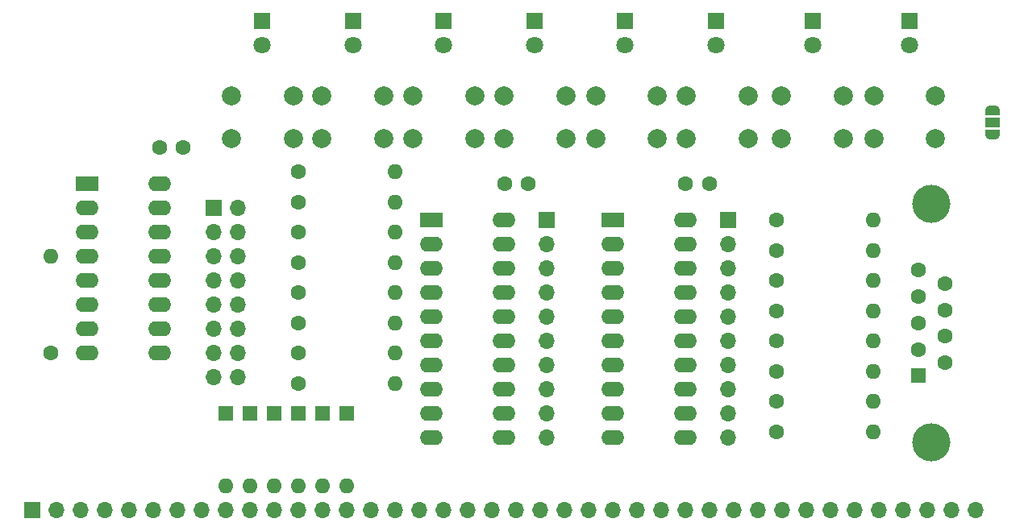
<source format=gbr>
G04 #@! TF.GenerationSoftware,KiCad,Pcbnew,8.0.3*
G04 #@! TF.CreationDate,2024-07-14T21:47:19+02:00*
G04 #@! TF.ProjectId,aZ80_DIO,615a3830-5f44-4494-9f2e-6b696361645f,rev?*
G04 #@! TF.SameCoordinates,Original*
G04 #@! TF.FileFunction,Soldermask,Top*
G04 #@! TF.FilePolarity,Negative*
%FSLAX46Y46*%
G04 Gerber Fmt 4.6, Leading zero omitted, Abs format (unit mm)*
G04 Created by KiCad (PCBNEW 8.0.3) date 2024-07-14 21:47:19*
%MOMM*%
%LPD*%
G01*
G04 APERTURE LIST*
G04 Aperture macros list*
%AMFreePoly0*
4,1,19,0.550000,-0.750000,0.000000,-0.750000,0.000000,-0.744911,-0.071157,-0.744911,-0.207708,-0.704816,-0.327430,-0.627875,-0.420627,-0.520320,-0.479746,-0.390866,-0.500000,-0.250000,-0.500000,0.250000,-0.479746,0.390866,-0.420627,0.520320,-0.327430,0.627875,-0.207708,0.704816,-0.071157,0.744911,0.000000,0.744911,0.000000,0.750000,0.550000,0.750000,0.550000,-0.750000,0.550000,-0.750000,
$1*%
%AMFreePoly1*
4,1,19,0.000000,0.744911,0.071157,0.744911,0.207708,0.704816,0.327430,0.627875,0.420627,0.520320,0.479746,0.390866,0.500000,0.250000,0.500000,-0.250000,0.479746,-0.390866,0.420627,-0.520320,0.327430,-0.627875,0.207708,-0.704816,0.071157,-0.744911,0.000000,-0.744911,0.000000,-0.750000,-0.550000,-0.750000,-0.550000,0.750000,0.000000,0.750000,0.000000,0.744911,0.000000,0.744911,
$1*%
G04 Aperture macros list end*
%ADD10FreePoly0,90.000000*%
%ADD11R,1.500000X1.000000*%
%ADD12FreePoly1,90.000000*%
%ADD13C,4.000000*%
%ADD14R,1.600000X1.600000*%
%ADD15C,1.600000*%
%ADD16O,1.600000X1.600000*%
%ADD17R,2.400000X1.600000*%
%ADD18O,2.400000X1.600000*%
%ADD19R,1.800000X1.800000*%
%ADD20C,1.800000*%
%ADD21C,2.000000*%
%ADD22R,1.700000X1.700000*%
%ADD23O,1.700000X1.700000*%
G04 APERTURE END LIST*
D10*
X189738000Y-70418000D03*
D11*
X189738000Y-69118000D03*
D12*
X189738000Y-67818000D03*
D13*
X183319669Y-102680000D03*
X183319669Y-77680000D03*
D14*
X181899669Y-95720000D03*
D15*
X181899669Y-92950000D03*
X181899669Y-90180000D03*
X181899669Y-87410000D03*
X181899669Y-84640000D03*
X184739669Y-94335000D03*
X184739669Y-91565000D03*
X184739669Y-88795000D03*
X184739669Y-86025000D03*
X116840000Y-80645000D03*
D16*
X127000000Y-80645000D03*
D14*
X116840000Y-99695000D03*
D16*
X116840000Y-107315000D03*
D15*
X167005000Y-85725000D03*
D16*
X177165000Y-85725000D03*
D15*
X102235000Y-71755000D03*
X104735000Y-71755000D03*
D14*
X114300000Y-99695000D03*
D16*
X114300000Y-107315000D03*
D15*
X116840000Y-83820000D03*
D16*
X127000000Y-83820000D03*
D17*
X149860000Y-79375000D03*
D18*
X149860000Y-81915000D03*
X149860000Y-84455000D03*
X149860000Y-86995000D03*
X149860000Y-89535000D03*
X149860000Y-92075000D03*
X149860000Y-94615000D03*
X149860000Y-97155000D03*
X149860000Y-99695000D03*
X149860000Y-102235000D03*
X157480000Y-102235000D03*
X157480000Y-99695000D03*
X157480000Y-97155000D03*
X157480000Y-94615000D03*
X157480000Y-92075000D03*
X157480000Y-89535000D03*
X157480000Y-86995000D03*
X157480000Y-84455000D03*
X157480000Y-81915000D03*
X157480000Y-79375000D03*
D19*
X122555000Y-58420000D03*
D20*
X122555000Y-60960000D03*
D21*
X109780000Y-66275000D03*
X116280000Y-66275000D03*
X109780000Y-70775000D03*
X116280000Y-70775000D03*
D19*
X151130000Y-58420000D03*
D20*
X151130000Y-60960000D03*
D15*
X116840000Y-77470000D03*
D16*
X127000000Y-77470000D03*
D19*
X160655000Y-58420000D03*
D20*
X160655000Y-60960000D03*
D21*
X177240000Y-66330000D03*
X183740000Y-66330000D03*
X177240000Y-70830000D03*
X183740000Y-70830000D03*
D19*
X132080000Y-58420000D03*
D20*
X132080000Y-60960000D03*
D15*
X167005000Y-79375000D03*
D16*
X177165000Y-79375000D03*
D15*
X167005000Y-98425000D03*
D16*
X177165000Y-98425000D03*
D15*
X116840000Y-90170000D03*
D16*
X127000000Y-90170000D03*
D15*
X167005000Y-101600000D03*
D16*
X177165000Y-101600000D03*
D21*
X119305000Y-66330000D03*
X125805000Y-66330000D03*
X119305000Y-70830000D03*
X125805000Y-70830000D03*
D22*
X161925000Y-79375000D03*
D23*
X161925000Y-81915000D03*
X161925000Y-84455000D03*
X161925000Y-86995000D03*
X161925000Y-89535000D03*
X161925000Y-92075000D03*
X161925000Y-94615000D03*
X161925000Y-97155000D03*
X161925000Y-99695000D03*
X161925000Y-102235000D03*
D14*
X109220000Y-99695000D03*
D16*
X109220000Y-107315000D03*
D14*
X111760000Y-99695000D03*
D16*
X111760000Y-107315000D03*
D15*
X167005000Y-82550000D03*
D16*
X177165000Y-82550000D03*
D15*
X138450000Y-75565000D03*
X140950000Y-75565000D03*
D17*
X94600000Y-75580000D03*
D18*
X94600000Y-78120000D03*
X94600000Y-80660000D03*
X94600000Y-83200000D03*
X94600000Y-85740000D03*
X94600000Y-88280000D03*
X94600000Y-90820000D03*
X94600000Y-93360000D03*
X102220000Y-93360000D03*
X102220000Y-90820000D03*
X102220000Y-88280000D03*
X102220000Y-85740000D03*
X102220000Y-83200000D03*
X102220000Y-80660000D03*
X102220000Y-78120000D03*
X102220000Y-75580000D03*
D15*
X116840000Y-86995000D03*
D16*
X127000000Y-86995000D03*
D17*
X130810000Y-79375000D03*
D18*
X130810000Y-81915000D03*
X130810000Y-84455000D03*
X130810000Y-86995000D03*
X130810000Y-89535000D03*
X130810000Y-92075000D03*
X130810000Y-94615000D03*
X130810000Y-97155000D03*
X130810000Y-99695000D03*
X130810000Y-102235000D03*
X138430000Y-102235000D03*
X138430000Y-99695000D03*
X138430000Y-97155000D03*
X138430000Y-94615000D03*
X138430000Y-92075000D03*
X138430000Y-89535000D03*
X138430000Y-86995000D03*
X138430000Y-84455000D03*
X138430000Y-81915000D03*
X138430000Y-79375000D03*
D15*
X167005000Y-88900000D03*
D16*
X177165000Y-88900000D03*
D15*
X116840000Y-96520000D03*
D16*
X127000000Y-96520000D03*
D15*
X90805000Y-93345000D03*
D16*
X90805000Y-83185000D03*
D15*
X157480000Y-75565000D03*
X159980000Y-75565000D03*
D14*
X119380000Y-99695000D03*
D16*
X119380000Y-107315000D03*
D15*
X116840000Y-74295000D03*
D16*
X127000000Y-74295000D03*
D19*
X113030000Y-58420000D03*
D20*
X113030000Y-60960000D03*
D21*
X148030000Y-66330000D03*
X154530000Y-66330000D03*
X148030000Y-70830000D03*
X154530000Y-70830000D03*
D15*
X116840000Y-93345000D03*
D16*
X127000000Y-93345000D03*
D21*
X128830000Y-66330000D03*
X135330000Y-66330000D03*
X128830000Y-70830000D03*
X135330000Y-70830000D03*
D19*
X170815000Y-58420000D03*
D20*
X170815000Y-60960000D03*
D14*
X121920000Y-99695000D03*
D16*
X121920000Y-107315000D03*
D19*
X141605000Y-58420000D03*
D20*
X141605000Y-60960000D03*
D15*
X167005000Y-92075000D03*
D16*
X177165000Y-92075000D03*
D21*
X167565000Y-66275000D03*
X174065000Y-66275000D03*
X167565000Y-70775000D03*
X174065000Y-70775000D03*
D19*
X180975000Y-58420000D03*
D20*
X180975000Y-60960000D03*
D22*
X107950000Y-78105000D03*
D23*
X110490000Y-78105000D03*
X107950000Y-80645000D03*
X110490000Y-80645000D03*
X107950000Y-83185000D03*
X110490000Y-83185000D03*
X107950000Y-85725000D03*
X110490000Y-85725000D03*
X107950000Y-88265000D03*
X110490000Y-88265000D03*
X107950000Y-90805000D03*
X110490000Y-90805000D03*
X107950000Y-93345000D03*
X110490000Y-93345000D03*
X107950000Y-95885000D03*
X110490000Y-95885000D03*
D22*
X142875000Y-79375000D03*
D23*
X142875000Y-81915000D03*
X142875000Y-84455000D03*
X142875000Y-86995000D03*
X142875000Y-89535000D03*
X142875000Y-92075000D03*
X142875000Y-94615000D03*
X142875000Y-97155000D03*
X142875000Y-99695000D03*
X142875000Y-102235000D03*
D21*
X138430000Y-66275000D03*
X144930000Y-66275000D03*
X138430000Y-70775000D03*
X144930000Y-70775000D03*
D15*
X167005000Y-95250000D03*
D16*
X177165000Y-95250000D03*
D21*
X157555000Y-66330000D03*
X164055000Y-66330000D03*
X157555000Y-70830000D03*
X164055000Y-70830000D03*
D22*
X88900000Y-109855000D03*
D23*
X91440000Y-109855000D03*
X93980000Y-109855000D03*
X96520000Y-109855000D03*
X99060000Y-109855000D03*
X101600000Y-109855000D03*
X104140000Y-109855000D03*
X106680000Y-109855000D03*
X109220000Y-109855000D03*
X111760000Y-109855000D03*
X114300000Y-109855000D03*
X116840000Y-109855000D03*
X119380000Y-109855000D03*
X121920000Y-109855000D03*
X124460000Y-109855000D03*
X127000000Y-109855000D03*
X129540000Y-109855000D03*
X132080000Y-109855000D03*
X134620000Y-109855000D03*
X137160000Y-109855000D03*
X139700000Y-109855000D03*
X142240000Y-109855000D03*
X144780000Y-109855000D03*
X147320000Y-109855000D03*
X149860000Y-109855000D03*
X152400000Y-109855000D03*
X154940000Y-109855000D03*
X157480000Y-109855000D03*
X160020000Y-109855000D03*
X162560000Y-109855000D03*
X165100000Y-109855000D03*
X167640000Y-109855000D03*
X170180000Y-109855000D03*
X172720000Y-109855000D03*
X175260000Y-109855000D03*
X177800000Y-109855000D03*
X180340000Y-109855000D03*
X182880000Y-109855000D03*
X185420000Y-109855000D03*
X187960000Y-109855000D03*
M02*

</source>
